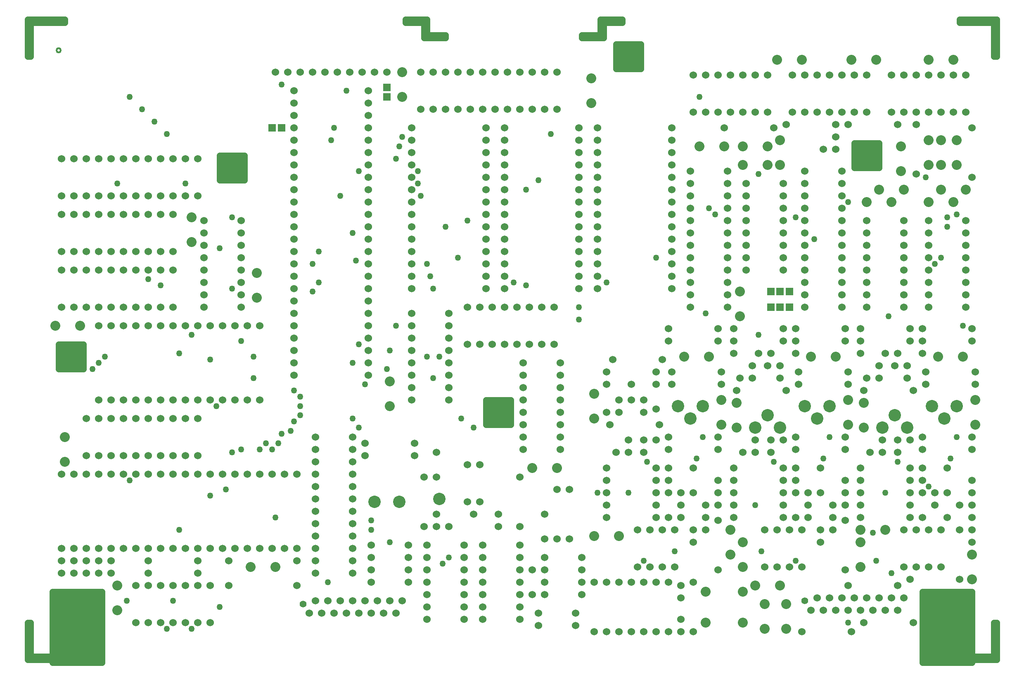
<source format=gbr>
G70*
%FSLAX55Y55*%
%ADD11C,0.05000*%
%ADD12C,0.06000*%
%ADD13C,0.08000*%
%ADD14C,0.10000*%
%ADD15R,0.06000X0.06000*%
%ADD16C,0.05500*%
%ADD17C,0.05000*%
%AMUSER18*
1, 1, 0.05000, 0.0, 0.0*
1, 0, 0.02000, 0.0, 0.0*%
%ADD18USER18*%
D11*
G36*
X545175Y1084025D02*
X545175Y1104025D01*
X565175Y1104025*
X565175Y1084025*
X545175Y1084025*
G37*
X545175Y1104025*
X565175Y1104025*
X565175Y1084025*
X545175Y1084025*
G36*
X540175Y904025D02*
X580175Y904025D01*
X580175Y846525*
X540175Y846525*
X540175Y904025*
G37*
X580175Y904025*
X580175Y846525*
X540175Y846525*
X540175Y904025*
G36*
X1242675Y904025D02*
X1282675Y904025D01*
X1282675Y846525*
X1242675Y846525*
X1242675Y904025*
G37*
X1282675Y904025*
X1282675Y846525*
X1242675Y846525*
X1242675Y904025*
G36*
X890175Y1039025D02*
X890175Y1059025D01*
X910175Y1059025*
X910175Y1039025*
X890175Y1039025*
G37*
X890175Y1059025*
X910175Y1059025*
X910175Y1039025*
X890175Y1039025*
G36*
X675175Y1236525D02*
X675175Y1256525D01*
X695175Y1256525*
X695175Y1236525*
X675175Y1236525*
G37*
X675175Y1256525*
X695175Y1256525*
X695175Y1236525*
X675175Y1236525*
G36*
X1187675Y1246525D02*
X1187675Y1266525D01*
X1207675Y1266525*
X1207675Y1246525*
X1187675Y1246525*
G37*
X1187675Y1266525*
X1207675Y1266525*
X1207675Y1246525*
X1187675Y1246525*
G36*
X995175Y1326525D02*
X995175Y1346525D01*
X1015175Y1346525*
X1015175Y1326525*
X995175Y1326525*
G37*
X995175Y1346525*
X1015175Y1346525*
X1015175Y1326525*
X995175Y1326525*
G36*
X890175Y1039025D02*
X890175Y1059025D01*
X910175Y1059025*
X910175Y1039025*
X890175Y1039025*
G37*
X890175Y1059025*
X910175Y1059025*
X910175Y1039025*
X890175Y1039025*
G36*
X522675Y1336525D02*
X522675Y1364025D01*
X550175Y1364025*
X550175Y1366525*
X520175Y1366525*
X520175Y1336525*
X522675Y1336525*
G37*
X522675Y1364025*
X550175Y1364025*
X550175Y1366525*
X520175Y1366525*
X520175Y1336525*
X522675Y1336525*
G36*
X825175Y1366525D02*
X825175Y1364025D01*
X840175Y1364025*
X840175Y1351525*
X857675Y1351525*
X857675Y1354025*
X842675Y1354025*
X842675Y1366525*
X825175Y1366525*
G37*
X825175Y1364025*
X840175Y1364025*
X840175Y1351525*
X857675Y1351525*
X857675Y1354025*
X842675Y1354025*
X842675Y1366525*
X825175Y1366525*
G36*
X967675Y1354025D02*
X967675Y1351525D01*
X985175Y1351525*
X985175Y1364025*
X1000175Y1364025*
X1000175Y1366525*
X982675Y1366525*
X982675Y1354025*
X967675Y1354025*
G37*
X967675Y1351525*
X985175Y1351525*
X985175Y1364025*
X1000175Y1364025*
X1000175Y1366525*
X982675Y1366525*
X982675Y1354025*
X967675Y1354025*
G36*
X1300175Y1336525D02*
X1302675Y1336525D01*
X1302675Y1366525*
X1272675Y1366525*
X1272675Y1364025*
X1300175Y1364025*
X1300175Y1336525*
G37*
X1302675Y1336525*
X1302675Y1366525*
X1272675Y1366525*
X1272675Y1364025*
X1300175Y1364025*
X1300175Y1336525*
G36*
X1300175Y879025D02*
X1300175Y851525D01*
X1272675Y851525*
X1272675Y849025*
X1302675Y849025*
X1302675Y879025*
X1300175Y879025*
G37*
X1300175Y851525*
X1272675Y851525*
X1272675Y849025*
X1302675Y849025*
X1302675Y879025*
X1300175Y879025*
G36*
X522675Y879025D02*
X520175Y879025D01*
X520175Y849025*
X550175Y849025*
X550175Y851525*
X522675Y851525*
X522675Y879025*
G37*
X520175Y879025*
X520175Y849025*
X550175Y849025*
X550175Y851525*
X522675Y851525*
X522675Y879025*
D12*
X560175Y886525D03*
X1262675Y886525D03*
X685175Y1246525D03*
X1005175Y1336525D03*
X1197675Y1256525D03*
X555175Y1094025D03*
X900175Y1049025D03*
D13*
X1127675Y909025D03*
X1107675Y909025D03*
X1212675Y954025D03*
X1192675Y954025D03*
X1195175Y1036525D03*
X1195175Y1056525D03*
X1097675Y944025D03*
X1097675Y924025D03*
X1092675Y1036525D03*
X1092675Y1056525D03*
X997675Y949025D03*
X977675Y949025D03*
X977675Y1044025D03*
X977675Y1064025D03*
X1132675Y894025D03*
X1132675Y874025D03*
X1282675Y934025D03*
X1282675Y914025D03*
X1285175Y1039025D03*
X1285175Y1059025D03*
X1192675Y944025D03*
X1192675Y924025D03*
X1182675Y1039025D03*
X1182675Y1059025D03*
X1087675Y954025D03*
X1087675Y934025D03*
X1080175Y1039025D03*
X1080175Y1059025D03*
X1115175Y874025D03*
X1115175Y894025D03*
X592675Y909025D03*
X592675Y889025D03*
X550175Y1029025D03*
X550175Y1009025D03*
X562675Y1119025D03*
X542675Y1119025D03*
X705175Y1161525D03*
X705175Y1141525D03*
X652675Y1206525D03*
X652675Y1186525D03*
X822675Y1324025D03*
X822675Y1304025D03*
X975175Y1299025D03*
X975175Y1319025D03*
X1125175Y1334025D03*
X1145175Y1334025D03*
X1185175Y1334025D03*
X1205175Y1334025D03*
X1247675Y1334025D03*
X1267675Y1334025D03*
X812675Y1074025D03*
X812675Y1054025D03*
X947675Y1004025D03*
X927675Y1004025D03*
D14*
X820175Y976525D03*
X800175Y976525D03*
D12*
X737675Y929025D03*
X737675Y909025D03*
X682675Y929025D03*
X682675Y909025D03*
X900175Y966525D03*
X880175Y966525D03*
D13*
X1097675Y879025D03*
X1067675Y879025D03*
X1097675Y904025D03*
X1067675Y904025D03*
D12*
X927675Y901525D03*
X927675Y921525D03*
X937675Y946525D03*
X937675Y966525D03*
D13*
X1082675Y1264025D03*
X1062675Y1264025D03*
X1117675Y1264025D03*
X1097675Y1264025D03*
X1127675Y1269025D03*
X1127675Y1249025D03*
X1050175Y1094025D03*
X1070175Y1094025D03*
D12*
X1027675Y1051525D03*
X1027675Y1071525D03*
X1007675Y1071525D03*
X987675Y1071525D03*
X1037675Y1004025D03*
X1057675Y1004025D03*
X1037675Y984025D03*
X1037675Y964025D03*
X1067675Y964025D03*
X1047675Y964025D03*
D13*
X1270175Y1249025D03*
X1270175Y1269025D03*
X1257675Y1249025D03*
X1257675Y1269025D03*
X1277675Y1229025D03*
X1257675Y1229025D03*
X1152675Y1094025D03*
X1172675Y1094025D03*
D12*
X1120175Y1096525D03*
X1140175Y1096525D03*
X1110175Y1096525D03*
X1090175Y1096525D03*
X1140175Y1004025D03*
X1160175Y1004025D03*
X1140175Y984025D03*
X1140175Y964025D03*
X1170175Y964025D03*
X1150175Y964025D03*
D13*
X1225175Y1244025D03*
X1225175Y1264025D03*
X1247675Y1249025D03*
X1247675Y1269025D03*
X1227675Y1229025D03*
X1207675Y1229025D03*
D12*
X1222675Y1096525D03*
X1242675Y1096525D03*
X1212675Y1096525D03*
X1192675Y1096525D03*
X1242675Y1004025D03*
X1262675Y1004025D03*
X1242675Y984025D03*
X1242675Y964025D03*
X1282675Y964025D03*
X1262675Y964025D03*
X1182675Y909025D03*
X1222675Y909025D03*
X1195175Y879025D03*
X1235175Y879025D03*
X1082675Y1279025D03*
X1122675Y1279025D03*
X1282675Y1279025D03*
X1282675Y1239025D03*
X1237675Y1281525D03*
X1237675Y1241525D03*
X547675Y919025D03*
X547675Y929025D03*
X557675Y919025D03*
X557675Y929025D03*
X567675Y919025D03*
X567675Y929025D03*
X577675Y919025D03*
X577675Y929025D03*
X587675Y919025D03*
X587675Y929025D03*
X1182675Y1281525D03*
X1222675Y1281525D03*
X1172675Y1281525D03*
X1132675Y1281525D03*
X792675Y1014025D03*
X832675Y1014025D03*
X617675Y919025D03*
X657675Y919025D03*
X832675Y1024025D03*
X792675Y1024025D03*
X657675Y929025D03*
X617675Y929025D03*
X977675Y911525D03*
X977675Y871525D03*
X1007675Y871525D03*
X1007675Y911525D03*
X1037675Y911525D03*
X1037675Y871525D03*
X947675Y946525D03*
X947675Y986525D03*
X957675Y986525D03*
X957675Y946525D03*
X1077675Y1116525D03*
X1037675Y1116525D03*
X1077675Y1106525D03*
X1037675Y1106525D03*
X860175Y956525D03*
X900175Y956525D03*
X987675Y911525D03*
X987675Y871525D03*
X997675Y911525D03*
X997675Y871525D03*
X1027675Y911525D03*
X1027675Y871525D03*
X1032675Y1091525D03*
X992675Y1091525D03*
X987675Y1081525D03*
X1027675Y1081525D03*
X1040175Y1081525D03*
X1080175Y1081525D03*
X1030175Y1039025D03*
X990175Y1039025D03*
X987675Y1004025D03*
X1027675Y1004025D03*
X1037675Y1029025D03*
X1077675Y1029025D03*
X1037675Y1019025D03*
X1077675Y1019025D03*
D14*
X1065175Y1054025D03*
X1055175Y1044025D03*
X1045175Y1054025D03*
D12*
X1040175Y1071525D03*
X1080175Y1071525D03*
X987675Y994025D03*
X1027675Y994025D03*
X1037675Y994025D03*
X1077675Y994025D03*
X987675Y984025D03*
X1027675Y984025D03*
X1027675Y974025D03*
X987675Y974025D03*
X1027675Y964025D03*
X987675Y964025D03*
X1180175Y1116525D03*
X1140175Y1116525D03*
X1180175Y1106525D03*
X1140175Y1106525D03*
X1130175Y1116525D03*
X1090175Y1116525D03*
X1090175Y1106525D03*
X1130175Y1106525D03*
X1142675Y1081525D03*
X1182675Y1081525D03*
X1132675Y1066525D03*
X1092675Y1066525D03*
D14*
X1107675Y1036525D03*
X1117675Y1046525D03*
X1127675Y1036525D03*
D12*
X1090175Y1004025D03*
X1130175Y1004025D03*
X1140175Y1029025D03*
X1180175Y1029025D03*
X1140175Y1019025D03*
X1180175Y1019025D03*
D14*
X1167675Y1054025D03*
X1157675Y1044025D03*
X1147675Y1054025D03*
D12*
X1142675Y1071525D03*
X1182675Y1071525D03*
X1090175Y994025D03*
X1130175Y994025D03*
X1140175Y994025D03*
X1180175Y994025D03*
X1090175Y984025D03*
X1130175Y984025D03*
X1130175Y974025D03*
X1090175Y974025D03*
X1130175Y964025D03*
X1090175Y964025D03*
X1282675Y1116525D03*
X1242675Y1116525D03*
X1282675Y1106525D03*
X1242675Y1106525D03*
X1232675Y1116525D03*
X1192675Y1116525D03*
X1192675Y1106525D03*
X1232675Y1106525D03*
X1245175Y1081525D03*
X1285175Y1081525D03*
X1235175Y1066525D03*
X1195175Y1066525D03*
D14*
X1210175Y1036525D03*
X1220175Y1046525D03*
X1230175Y1036525D03*
D12*
X1192675Y1004025D03*
X1232675Y1004025D03*
X1242675Y1029025D03*
X1282675Y1029025D03*
X1242675Y1019025D03*
X1282675Y1019025D03*
D14*
X1270175Y1054025D03*
X1260175Y1044025D03*
X1250175Y1054025D03*
D12*
X1245175Y1071525D03*
X1285175Y1071525D03*
X1192675Y994025D03*
X1232675Y994025D03*
X1242675Y994025D03*
X1282675Y994025D03*
X1192675Y984025D03*
X1232675Y984025D03*
X1232675Y974025D03*
X1192675Y974025D03*
X1232675Y964025D03*
X1192675Y964025D03*
D15*
X717675Y1279025D03*
X725175Y1279025D03*
X810175Y1311525D03*
X810175Y1304025D03*
X1135175Y1134025D03*
X1127675Y1134025D03*
X1120175Y1134025D03*
X1120175Y1146525D03*
X1127675Y1146525D03*
X1135175Y1146525D03*
D12*
X747675Y886525D03*
X752675Y896525D03*
X757675Y886525D03*
X762675Y896525D03*
X767675Y886525D03*
X772675Y896525D03*
X777675Y886525D03*
X782675Y896525D03*
X787675Y886525D03*
X792675Y896525D03*
X797675Y886525D03*
X802675Y896525D03*
X807675Y886525D03*
X812675Y896525D03*
X817675Y886525D03*
X822675Y896525D03*
D16*
X742675Y894025D03*
D12*
X1152675Y889025D03*
X1157675Y899025D03*
X1162675Y889025D03*
X1167675Y899025D03*
X1172675Y889025D03*
X1177675Y899025D03*
X1182675Y889025D03*
X1187675Y899025D03*
X1192675Y889025D03*
X1197675Y899025D03*
X1202675Y889025D03*
X1207675Y899025D03*
X1212675Y889025D03*
X1217675Y899025D03*
X1222675Y889025D03*
X1227675Y899025D03*
D16*
X1147675Y896525D03*
D17*
X797675Y954025D03*
X797675Y961525D03*
D13*
X720175Y924025D03*
X700175Y924025D03*
X1255175Y1094025D03*
X1275175Y1094025D03*
D12*
X1017675Y1059025D03*
X1007675Y1059025D03*
X1017675Y1049025D03*
X987675Y1049025D03*
X997675Y1049025D03*
X997675Y1059025D03*
X1027675Y1026525D03*
X1017675Y1026525D03*
X1017675Y1016525D03*
X995175Y1016525D03*
X1005175Y1016525D03*
X1005175Y1026525D03*
X1067675Y974025D03*
X1077675Y974025D03*
X1077675Y984025D03*
X1057675Y984025D03*
X1047675Y984025D03*
X1047675Y974025D03*
X1067675Y954025D03*
X1057675Y954025D03*
X1057675Y944025D03*
X1127675Y1086525D03*
X1117675Y1086525D03*
X1127675Y1076525D03*
X1095175Y1076525D03*
X1105175Y1076525D03*
X1105175Y1086525D03*
X1130175Y1026525D03*
X1120175Y1026525D03*
X1120175Y1016525D03*
X1097675Y1016525D03*
X1107675Y1016525D03*
X1107675Y1026525D03*
X1170175Y974025D03*
X1180175Y974025D03*
X1180175Y984025D03*
X1160175Y984025D03*
X1150175Y984025D03*
X1150175Y974025D03*
X1170175Y954025D03*
X1160175Y954025D03*
X1160175Y944025D03*
X1230175Y1086525D03*
X1220175Y1086525D03*
X1230175Y1076525D03*
X1197675Y1076525D03*
X1207675Y1076525D03*
X1207675Y1086525D03*
X1232675Y1026525D03*
X1222675Y1026525D03*
X1222675Y1016525D03*
X1200175Y1016525D03*
X1210175Y1016525D03*
X1210175Y1026525D03*
X1272675Y974025D03*
X1282675Y974025D03*
X1282675Y984025D03*
X1262675Y984025D03*
X1252675Y984025D03*
X1252675Y974025D03*
X1282675Y944025D03*
X1282675Y954025D03*
X1272675Y954025D03*
X810175Y1324025D03*
X800175Y1324025D03*
X790175Y1324025D03*
X780175Y1324025D03*
X770175Y1324025D03*
X760175Y1324025D03*
X750175Y1324025D03*
X740175Y1324025D03*
X730175Y1324025D03*
X720175Y1324025D03*
X1162675Y1261525D03*
X1172675Y1261525D03*
X1172675Y1271525D03*
X797675Y941525D03*
X797675Y931525D03*
X797675Y921525D03*
X797675Y911525D03*
X827675Y911525D03*
X827675Y921525D03*
X827675Y931525D03*
X827675Y941525D03*
X547675Y939025D03*
X557675Y939025D03*
X567675Y939025D03*
X577675Y939025D03*
X587675Y939025D03*
X597675Y939025D03*
X607675Y939025D03*
X617675Y939025D03*
X627675Y939025D03*
X637675Y939025D03*
X647675Y939025D03*
X657675Y939025D03*
X667675Y939025D03*
X677675Y939025D03*
X687675Y939025D03*
X697675Y939025D03*
X707675Y939025D03*
X717675Y939025D03*
X727675Y939025D03*
X737675Y939025D03*
X737675Y999025D03*
X727675Y999025D03*
X717675Y999025D03*
X707675Y999025D03*
X697675Y999025D03*
X687675Y999025D03*
X677675Y999025D03*
X667675Y999025D03*
X657675Y999025D03*
X647675Y999025D03*
X637675Y999025D03*
X627675Y999025D03*
X617675Y999025D03*
X607675Y999025D03*
X597675Y999025D03*
X587675Y999025D03*
X577675Y999025D03*
X567675Y999025D03*
X557675Y999025D03*
X547675Y999025D03*
X567675Y1014025D03*
X577675Y1014025D03*
X587675Y1014025D03*
X597675Y1014025D03*
X607675Y1014025D03*
X617675Y1014025D03*
X627675Y1014025D03*
X637675Y1014025D03*
X647675Y1014025D03*
X657675Y1014025D03*
X657675Y1044025D03*
X647675Y1044025D03*
X637675Y1044025D03*
X627675Y1044025D03*
X617675Y1044025D03*
X607675Y1044025D03*
X597675Y1044025D03*
X587675Y1044025D03*
X577675Y1044025D03*
X567675Y1044025D03*
X577675Y1059025D03*
X587675Y1059025D03*
X597675Y1059025D03*
X607675Y1059025D03*
X617675Y1059025D03*
X627675Y1059025D03*
X637675Y1059025D03*
X647675Y1059025D03*
X657675Y1059025D03*
X667675Y1059025D03*
X677675Y1059025D03*
X687675Y1059025D03*
X697675Y1059025D03*
X707675Y1059025D03*
X707675Y1119025D03*
X697675Y1119025D03*
X687675Y1119025D03*
X677675Y1119025D03*
X667675Y1119025D03*
X657675Y1119025D03*
X647675Y1119025D03*
X637675Y1119025D03*
X627675Y1119025D03*
X617675Y1119025D03*
X607675Y1119025D03*
X597675Y1119025D03*
X587675Y1119025D03*
X577675Y1119025D03*
X607675Y879025D03*
X617675Y879025D03*
X627675Y879025D03*
X637675Y879025D03*
X647675Y879025D03*
X657675Y879025D03*
X667675Y879025D03*
X667675Y909025D03*
X657675Y909025D03*
X647675Y909025D03*
X637675Y909025D03*
X627675Y909025D03*
X617675Y909025D03*
X607675Y909025D03*
X937675Y931525D03*
X937675Y921525D03*
X937675Y911525D03*
X937675Y901525D03*
X967675Y901525D03*
X967675Y911525D03*
X967675Y921525D03*
X967675Y931525D03*
X752675Y1029025D03*
X752675Y1019025D03*
X752675Y1009025D03*
X752675Y999025D03*
X752675Y989025D03*
X752675Y979025D03*
X752675Y969025D03*
X752675Y959025D03*
X752675Y949025D03*
X752675Y939025D03*
X752675Y929025D03*
X752675Y919025D03*
X782675Y919025D03*
X782675Y929025D03*
X782675Y939025D03*
X782675Y949025D03*
X782675Y959025D03*
X782675Y969025D03*
X782675Y979025D03*
X782675Y989025D03*
X782675Y999025D03*
X782675Y1009025D03*
X782675Y1019025D03*
X782675Y1029025D03*
X842675Y941525D03*
X842675Y931525D03*
X842675Y921525D03*
X842675Y911525D03*
X842675Y901525D03*
X842675Y891525D03*
X842675Y881525D03*
X872675Y881525D03*
X872675Y891525D03*
X872675Y901525D03*
X872675Y911525D03*
X872675Y921525D03*
X872675Y931525D03*
X872675Y941525D03*
X887675Y941525D03*
X887675Y931525D03*
X887675Y921525D03*
X887675Y911525D03*
X887675Y901525D03*
X887675Y891525D03*
X887675Y881525D03*
X917675Y881525D03*
X917675Y891525D03*
X917675Y901525D03*
X917675Y911525D03*
X917675Y921525D03*
X917675Y931525D03*
X917675Y941525D03*
X547675Y1134025D03*
X557675Y1134025D03*
X567675Y1134025D03*
X577675Y1134025D03*
X587675Y1134025D03*
X597675Y1134025D03*
X607675Y1134025D03*
X617675Y1134025D03*
X627675Y1134025D03*
X637675Y1134025D03*
X637675Y1164025D03*
X627675Y1164025D03*
X617675Y1164025D03*
X607675Y1164025D03*
X597675Y1164025D03*
X587675Y1164025D03*
X577675Y1164025D03*
X567675Y1164025D03*
X557675Y1164025D03*
X547675Y1164025D03*
X1100175Y1234025D03*
X1100175Y1224025D03*
X1100175Y1214025D03*
X1100175Y1204025D03*
X1100175Y1194025D03*
X1100175Y1184025D03*
X1100175Y1174025D03*
X1100175Y1164025D03*
X1130175Y1164025D03*
X1130175Y1174025D03*
X1130175Y1184025D03*
X1130175Y1194025D03*
X1130175Y1204025D03*
X1130175Y1214025D03*
X1130175Y1224025D03*
X1130175Y1234025D03*
X547675Y1179025D03*
X557675Y1179025D03*
X567675Y1179025D03*
X577675Y1179025D03*
X587675Y1179025D03*
X597675Y1179025D03*
X607675Y1179025D03*
X617675Y1179025D03*
X627675Y1179025D03*
X637675Y1179025D03*
X637675Y1209025D03*
X627675Y1209025D03*
X617675Y1209025D03*
X607675Y1209025D03*
X597675Y1209025D03*
X587675Y1209025D03*
X577675Y1209025D03*
X567675Y1209025D03*
X557675Y1209025D03*
X547675Y1209025D03*
X662675Y1204025D03*
X662675Y1194025D03*
X662675Y1184025D03*
X662675Y1174025D03*
X662675Y1164025D03*
X662675Y1154025D03*
X662675Y1144025D03*
X662675Y1134025D03*
X692675Y1134025D03*
X692675Y1144025D03*
X692675Y1154025D03*
X692675Y1164025D03*
X692675Y1174025D03*
X692675Y1184025D03*
X692675Y1194025D03*
X692675Y1204025D03*
X547675Y1224025D03*
X557675Y1224025D03*
X567675Y1224025D03*
X577675Y1224025D03*
X587675Y1224025D03*
X597675Y1224025D03*
X607675Y1224025D03*
X617675Y1224025D03*
X627675Y1224025D03*
X637675Y1224025D03*
X647675Y1224025D03*
X657675Y1224025D03*
X657675Y1254025D03*
X647675Y1254025D03*
X637675Y1254025D03*
X627675Y1254025D03*
X617675Y1254025D03*
X607675Y1254025D03*
X597675Y1254025D03*
X587675Y1254025D03*
X577675Y1254025D03*
X567675Y1254025D03*
X557675Y1254025D03*
X547675Y1254025D03*
X735175Y1309025D03*
X735175Y1299025D03*
X735175Y1289025D03*
X735175Y1279025D03*
X735175Y1269025D03*
X735175Y1259025D03*
X735175Y1249025D03*
X735175Y1239025D03*
X735175Y1229025D03*
X735175Y1219025D03*
X735175Y1209025D03*
X735175Y1199025D03*
X735175Y1189025D03*
X735175Y1179025D03*
X735175Y1169025D03*
X735175Y1159025D03*
X735175Y1149025D03*
X735175Y1139025D03*
X735175Y1129025D03*
X735175Y1119025D03*
X735175Y1109025D03*
X735175Y1099025D03*
X735175Y1089025D03*
X735175Y1079025D03*
X795175Y1079025D03*
X795175Y1089025D03*
X795175Y1099025D03*
X795175Y1109025D03*
X795175Y1119025D03*
X795175Y1129025D03*
X795175Y1139025D03*
X795175Y1149025D03*
X795175Y1159025D03*
X795175Y1169025D03*
X795175Y1179025D03*
X795175Y1189025D03*
X795175Y1199025D03*
X795175Y1209025D03*
X795175Y1219025D03*
X795175Y1229025D03*
X795175Y1239025D03*
X795175Y1249025D03*
X795175Y1259025D03*
X795175Y1269025D03*
X795175Y1279025D03*
X795175Y1289025D03*
X795175Y1299025D03*
X795175Y1309025D03*
X830175Y1279025D03*
X830175Y1269025D03*
X830175Y1259025D03*
X830175Y1249025D03*
X830175Y1239025D03*
X830175Y1229025D03*
X830175Y1219025D03*
X830175Y1209025D03*
X830175Y1199025D03*
X830175Y1189025D03*
X830175Y1179025D03*
X830175Y1169025D03*
X830175Y1159025D03*
X830175Y1149025D03*
X890175Y1149025D03*
X890175Y1159025D03*
X890175Y1169025D03*
X890175Y1179025D03*
X890175Y1189025D03*
X890175Y1199025D03*
X890175Y1209025D03*
X890175Y1219025D03*
X890175Y1229025D03*
X890175Y1239025D03*
X890175Y1249025D03*
X890175Y1259025D03*
X890175Y1269025D03*
X890175Y1279025D03*
X980175Y1279025D03*
X980175Y1269025D03*
X980175Y1259025D03*
X980175Y1249025D03*
X980175Y1239025D03*
X980175Y1229025D03*
X980175Y1219025D03*
X980175Y1209025D03*
X980175Y1199025D03*
X980175Y1189025D03*
X980175Y1179025D03*
X980175Y1169025D03*
X980175Y1159025D03*
X980175Y1149025D03*
X1040175Y1149025D03*
X1040175Y1159025D03*
X1040175Y1169025D03*
X1040175Y1179025D03*
X1040175Y1189025D03*
X1040175Y1199025D03*
X1040175Y1209025D03*
X1040175Y1219025D03*
X1040175Y1229025D03*
X1040175Y1239025D03*
X1040175Y1249025D03*
X1040175Y1259025D03*
X1040175Y1269025D03*
X1040175Y1279025D03*
X830175Y1129025D03*
X830175Y1119025D03*
X830175Y1109025D03*
X830175Y1099025D03*
X830175Y1089025D03*
X830175Y1079025D03*
X830175Y1069025D03*
X830175Y1059025D03*
X860175Y1059025D03*
X860175Y1069025D03*
X860175Y1079025D03*
X860175Y1089025D03*
X860175Y1099025D03*
X860175Y1109025D03*
X860175Y1119025D03*
X860175Y1129025D03*
X875175Y1104025D03*
X885175Y1104025D03*
X895175Y1104025D03*
X905175Y1104025D03*
X915175Y1104025D03*
X925175Y1104025D03*
X935175Y1104025D03*
X945175Y1104025D03*
X945175Y1134025D03*
X935175Y1134025D03*
X925175Y1134025D03*
X915175Y1134025D03*
X905175Y1134025D03*
X895175Y1134025D03*
X885175Y1134025D03*
X875175Y1134025D03*
X920175Y1089025D03*
X920175Y1079025D03*
X920175Y1069025D03*
X920175Y1059025D03*
X920175Y1049025D03*
X920175Y1039025D03*
X920175Y1029025D03*
X920175Y1019025D03*
X950175Y1019025D03*
X950175Y1029025D03*
X950175Y1039025D03*
X950175Y1049025D03*
X950175Y1059025D03*
X950175Y1069025D03*
X950175Y1079025D03*
X950175Y1089025D03*
X1217675Y1291525D03*
X1227675Y1291525D03*
X1237675Y1291525D03*
X1247675Y1291525D03*
X1257675Y1291525D03*
X1267675Y1291525D03*
X1277675Y1291525D03*
X1277675Y1321525D03*
X1267675Y1321525D03*
X1257675Y1321525D03*
X1247675Y1321525D03*
X1237675Y1321525D03*
X1227675Y1321525D03*
X1217675Y1321525D03*
X1012675Y924025D03*
X1022675Y924025D03*
X1032675Y924025D03*
X1042675Y924025D03*
X1042675Y954025D03*
X1032675Y954025D03*
X1022675Y954025D03*
X1012675Y954025D03*
X837675Y1294025D03*
X847675Y1294025D03*
X857675Y1294025D03*
X867675Y1294025D03*
X877675Y1294025D03*
X887675Y1294025D03*
X897675Y1294025D03*
X907675Y1294025D03*
X917675Y1294025D03*
X927675Y1294025D03*
X937675Y1294025D03*
X947675Y1294025D03*
X947675Y1324025D03*
X937675Y1324025D03*
X927675Y1324025D03*
X917675Y1324025D03*
X907675Y1324025D03*
X897675Y1324025D03*
X887675Y1324025D03*
X877675Y1324025D03*
X867675Y1324025D03*
X857675Y1324025D03*
X847675Y1324025D03*
X837675Y1324025D03*
X905175Y1279025D03*
X905175Y1269025D03*
X905175Y1259025D03*
X905175Y1249025D03*
X905175Y1239025D03*
X905175Y1229025D03*
X905175Y1219025D03*
X905175Y1209025D03*
X905175Y1199025D03*
X905175Y1189025D03*
X905175Y1179025D03*
X905175Y1169025D03*
X905175Y1159025D03*
X905175Y1149025D03*
X965175Y1149025D03*
X965175Y1159025D03*
X965175Y1169025D03*
X965175Y1179025D03*
X965175Y1189025D03*
X965175Y1199025D03*
X965175Y1209025D03*
X965175Y1219025D03*
X965175Y1229025D03*
X965175Y1239025D03*
X965175Y1249025D03*
X965175Y1259025D03*
X965175Y1269025D03*
X965175Y1279025D03*
X1137675Y1291525D03*
X1147675Y1291525D03*
X1157675Y1291525D03*
X1167675Y1291525D03*
X1177675Y1291525D03*
X1187675Y1291525D03*
X1197675Y1291525D03*
X1197675Y1321525D03*
X1187675Y1321525D03*
X1177675Y1321525D03*
X1167675Y1321525D03*
X1157675Y1321525D03*
X1147675Y1321525D03*
X1137675Y1321525D03*
X1057675Y1291525D03*
X1067675Y1291525D03*
X1077675Y1291525D03*
X1087675Y1291525D03*
X1097675Y1291525D03*
X1107675Y1291525D03*
X1117675Y1291525D03*
X1117675Y1321525D03*
X1107675Y1321525D03*
X1097675Y1321525D03*
X1087675Y1321525D03*
X1077675Y1321525D03*
X1067675Y1321525D03*
X1057675Y1321525D03*
X1055175Y1244025D03*
X1055175Y1234025D03*
X1055175Y1224025D03*
X1055175Y1214025D03*
X1055175Y1204025D03*
X1055175Y1194025D03*
X1055175Y1184025D03*
X1055175Y1174025D03*
X1055175Y1164025D03*
X1055175Y1154025D03*
X1055175Y1144025D03*
X1055175Y1134025D03*
X1085175Y1134025D03*
X1085175Y1144025D03*
X1085175Y1154025D03*
X1085175Y1164025D03*
X1085175Y1174025D03*
X1085175Y1184025D03*
X1085175Y1194025D03*
X1085175Y1204025D03*
X1085175Y1214025D03*
X1085175Y1224025D03*
X1085175Y1234025D03*
X1085175Y1244025D03*
X1147675Y1244025D03*
X1147675Y1234025D03*
X1147675Y1224025D03*
X1147675Y1214025D03*
X1147675Y1204025D03*
X1147675Y1194025D03*
X1147675Y1184025D03*
X1147675Y1174025D03*
X1147675Y1164025D03*
X1147675Y1154025D03*
X1147675Y1144025D03*
X1147675Y1134025D03*
X1177675Y1134025D03*
X1177675Y1144025D03*
X1177675Y1154025D03*
X1177675Y1164025D03*
X1177675Y1174025D03*
X1177675Y1184025D03*
X1177675Y1194025D03*
X1177675Y1204025D03*
X1177675Y1214025D03*
X1177675Y1224025D03*
X1177675Y1234025D03*
X1177675Y1244025D03*
X1247675Y1204025D03*
X1247675Y1194025D03*
X1247675Y1184025D03*
X1247675Y1174025D03*
X1247675Y1164025D03*
X1247675Y1154025D03*
X1247675Y1144025D03*
X1247675Y1134025D03*
X1277675Y1134025D03*
X1277675Y1144025D03*
X1277675Y1154025D03*
X1277675Y1164025D03*
X1277675Y1174025D03*
X1277675Y1184025D03*
X1277675Y1194025D03*
X1277675Y1204025D03*
X1115175Y924025D03*
X1125175Y924025D03*
X1135175Y924025D03*
X1145175Y924025D03*
X1145175Y954025D03*
X1135175Y954025D03*
X1125175Y954025D03*
X1115175Y954025D03*
X1197675Y1204025D03*
X1197675Y1194025D03*
X1197675Y1184025D03*
X1197675Y1174025D03*
X1197675Y1164025D03*
X1197675Y1154025D03*
X1197675Y1144025D03*
X1197675Y1134025D03*
X1227675Y1134025D03*
X1227675Y1144025D03*
X1227675Y1154025D03*
X1227675Y1164025D03*
X1227675Y1174025D03*
X1227675Y1184025D03*
X1227675Y1194025D03*
X1227675Y1204025D03*
X1227675Y924025D03*
X1237675Y924025D03*
X1247675Y924025D03*
X1257675Y924025D03*
X1257675Y954025D03*
X1247675Y954025D03*
X1237675Y954025D03*
X1227675Y954025D03*
X1185175Y871525D03*
X1145175Y871525D03*
D13*
X1267675Y1219025D03*
X1247675Y1219025D03*
X1197675Y1219025D03*
X1217675Y1219025D03*
X1097675Y1249025D03*
X1117675Y1249025D03*
D12*
X1232675Y914025D03*
X1272675Y914025D03*
X1180175Y921525D03*
X1180175Y961525D03*
X1077675Y921525D03*
X1077675Y961525D03*
X850175Y996525D03*
X850175Y1016525D03*
X875175Y1006525D03*
X875175Y976525D03*
X885175Y1006525D03*
X885175Y976525D03*
X917675Y996525D03*
X917675Y956525D03*
X1017675Y911525D03*
X1017675Y871525D03*
X962675Y886525D03*
X932675Y886525D03*
X962675Y876525D03*
X932675Y876525D03*
X1057675Y911525D03*
X1057675Y871525D03*
X1047675Y871525D03*
X1047675Y881525D03*
X1047675Y909025D03*
X1047675Y899025D03*
D13*
X1095175Y1126525D03*
X1095175Y1146525D03*
D18*
X545175Y1341525D03*
X1277675Y874025D03*
D12*
X840175Y996525D03*
X840175Y956525D03*
X850175Y966525D03*
X850175Y956525D03*
D14*
X852675Y979025D03*
D17*
X675175Y891525D03*
X600175Y896525D03*
X602675Y994025D03*
X672675Y1054025D03*
X702675Y1076525D03*
X755175Y1179025D03*
X755175Y1154025D03*
X617675Y1156525D03*
X755175Y1179025D03*
X685175Y1016525D03*
X582675Y1094025D03*
X735175Y1066525D03*
X572675Y1084025D03*
X740175Y1054025D03*
X667675Y1091525D03*
X627675Y1151525D03*
X750175Y1146525D03*
X750175Y1169025D03*
X750175Y1169025D03*
X740175Y1046525D03*
X732675Y1034025D03*
X722675Y1024025D03*
X712675Y1024025D03*
X740175Y1061525D03*
X577675Y1089025D03*
X692675Y1019025D03*
X680175Y986525D03*
X707675Y1019025D03*
X717675Y1019025D03*
X725175Y1031525D03*
X735175Y1041525D03*
X637675Y896525D03*
X632675Y874025D03*
X652675Y874025D03*
X765175Y1269025D03*
X667675Y981525D03*
X1155175Y1189025D03*
X1110175Y1241525D03*
X1155175Y1189025D03*
X692675Y1106525D03*
X675175Y1181525D03*
X965175Y1134025D03*
X1067675Y1129025D03*
X762675Y911525D03*
X837675Y1224025D03*
X772675Y1224025D03*
X1205175Y929025D03*
X1202675Y951525D03*
X1112675Y936525D03*
X1042675Y936525D03*
X1112675Y936525D03*
X1042675Y936525D03*
X1265175Y1011525D03*
X1222675Y1009025D03*
X1107675Y974025D03*
X1122675Y1009025D03*
X1162675Y1011525D03*
X1020175Y1009025D03*
X1060175Y1011525D03*
X1182675Y879025D03*
X1217675Y919025D03*
X1005175Y984025D03*
X980175Y984025D03*
X1212675Y984025D03*
X1215175Y1126525D03*
X642675Y1096525D03*
X792675Y1071525D03*
X785175Y1171525D03*
X777675Y1309025D03*
X937675Y966525D03*
X787675Y1244025D03*
X782675Y1194025D03*
X647675Y1234025D03*
X592675Y1234025D03*
X602675Y1304025D03*
X612675Y1294025D03*
X622675Y1284025D03*
X632675Y1274025D03*
X652675Y1111525D03*
X810175Y1084025D03*
X852675Y1094025D03*
X857675Y1199025D03*
X875175Y1204025D03*
X1245175Y1239025D03*
X922675Y1229025D03*
X1270175Y1209025D03*
X932675Y1236525D03*
X1262675Y1199025D03*
X942675Y1274025D03*
X820175Y1264025D03*
X817675Y1119025D03*
X835175Y1234025D03*
X842675Y1094025D03*
X835175Y1244025D03*
X812675Y1099025D03*
X817675Y1254025D03*
X822675Y1271525D03*
X767675Y1279025D03*
X725175Y1314025D03*
X842675Y1169025D03*
X845175Y1159025D03*
X847675Y1149025D03*
X922675Y1151525D03*
X987675Y1154025D03*
X1140175Y1206525D03*
X1257675Y1174025D03*
X1252675Y1169025D03*
X912675Y1154025D03*
X1075175Y1209025D03*
X1182675Y1219025D03*
X867675Y1174025D03*
X1027675Y1174025D03*
X1070175Y1214025D03*
X1062675Y1304025D03*
X1110175Y1111525D03*
X1065175Y1029025D03*
X1017675Y929025D03*
X1140175Y929025D03*
X1167675Y1029025D03*
X1275175Y1119025D03*
X1247675Y989025D03*
X1270175Y1029025D03*
X1262675Y1206525D03*
X685175Y1206525D03*
X685175Y1149025D03*
X787675Y1104025D03*
X787675Y1036525D03*
X880175Y1036525D03*
X685175Y1206525D03*
X720175Y964025D03*
X855175Y926525D03*
X965175Y1124025D03*
X812675Y944025D03*
X870175Y1044025D03*
X782675Y1044025D03*
X782675Y1089025D03*
X702675Y1094025D03*
X847675Y1076525D03*
X642675Y954025D03*
X860175Y931525D03*
M02*

</source>
